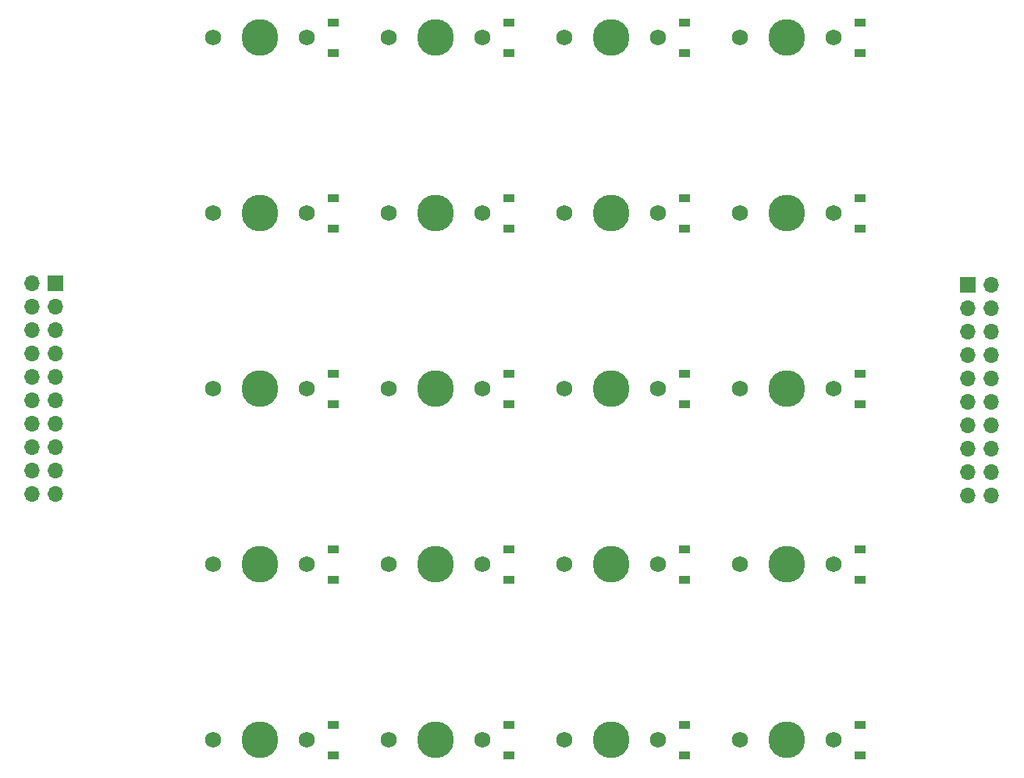
<source format=gts>
G04 #@! TF.GenerationSoftware,KiCad,Pcbnew,(6.0.9)*
G04 #@! TF.CreationDate,2023-03-10T16:48:27-06:00*
G04 #@! TF.ProjectId,Number Pad,4e756d62-6572-4205-9061-642e6b696361,rev?*
G04 #@! TF.SameCoordinates,Original*
G04 #@! TF.FileFunction,Soldermask,Top*
G04 #@! TF.FilePolarity,Negative*
%FSLAX46Y46*%
G04 Gerber Fmt 4.6, Leading zero omitted, Abs format (unit mm)*
G04 Created by KiCad (PCBNEW (6.0.9)) date 2023-03-10 16:48:27*
%MOMM*%
%LPD*%
G01*
G04 APERTURE LIST*
%ADD10C,3.987800*%
%ADD11C,1.750000*%
%ADD12R,1.200000X0.900000*%
%ADD13R,1.700000X1.700000*%
%ADD14O,1.700000X1.700000*%
G04 APERTURE END LIST*
D10*
X50006250Y-62706250D03*
D11*
X55086250Y-62706250D03*
X44926250Y-62706250D03*
D10*
X50006250Y-43656250D03*
D11*
X55086250Y-43656250D03*
X44926250Y-43656250D03*
D12*
X76993750Y-26256250D03*
X76993750Y-22956250D03*
D10*
X88106250Y-100806250D03*
D11*
X93186250Y-100806250D03*
X83026250Y-100806250D03*
D10*
X88106250Y-62706250D03*
D11*
X93186250Y-62706250D03*
X83026250Y-62706250D03*
D12*
X115093750Y-102456250D03*
X115093750Y-99156250D03*
D11*
X102076250Y-62706250D03*
D10*
X107156250Y-62706250D03*
D11*
X112236250Y-62706250D03*
X44926250Y-81756250D03*
D10*
X50006250Y-81756250D03*
D11*
X55086250Y-81756250D03*
D10*
X88106250Y-81756250D03*
D11*
X83026250Y-81756250D03*
X93186250Y-81756250D03*
D12*
X76993750Y-64356250D03*
X76993750Y-61056250D03*
X57943750Y-64356250D03*
X57943750Y-61056250D03*
D13*
X126841250Y-51435000D03*
D14*
X129381250Y-51435000D03*
X126841250Y-53975000D03*
X129381250Y-53975000D03*
X126841250Y-56515000D03*
X129381250Y-56515000D03*
X126841250Y-59055000D03*
X129381250Y-59055000D03*
X126841250Y-61595000D03*
X129381250Y-61595000D03*
X126841250Y-64135000D03*
X129381250Y-64135000D03*
X126841250Y-66675000D03*
X129381250Y-66675000D03*
X126841250Y-69215000D03*
X129381250Y-69215000D03*
X126841250Y-71755000D03*
X129381250Y-71755000D03*
X126841250Y-74295000D03*
X129381250Y-74295000D03*
D12*
X57943750Y-83406250D03*
X57943750Y-80106250D03*
D11*
X44926250Y-100806250D03*
D10*
X50006250Y-100806250D03*
D11*
X55086250Y-100806250D03*
D12*
X96043750Y-102456250D03*
X96043750Y-99156250D03*
X115093750Y-26256250D03*
X115093750Y-22956250D03*
X115093750Y-83406250D03*
X115093750Y-80106250D03*
D11*
X63976250Y-81756250D03*
D10*
X69056250Y-81756250D03*
D11*
X74136250Y-81756250D03*
D12*
X115093750Y-45306250D03*
X115093750Y-42006250D03*
D10*
X69056250Y-24606250D03*
D11*
X63976250Y-24606250D03*
X74136250Y-24606250D03*
D10*
X69056250Y-43656250D03*
D11*
X74136250Y-43656250D03*
X63976250Y-43656250D03*
D12*
X76993750Y-102456250D03*
X76993750Y-99156250D03*
D10*
X88106250Y-43656250D03*
D11*
X93186250Y-43656250D03*
X83026250Y-43656250D03*
D10*
X50006250Y-24606250D03*
D11*
X44926250Y-24606250D03*
X55086250Y-24606250D03*
D12*
X115093750Y-64356250D03*
X115093750Y-61056250D03*
X96043750Y-83406250D03*
X96043750Y-80106250D03*
D11*
X102076250Y-43656250D03*
D10*
X107156250Y-43656250D03*
D11*
X112236250Y-43656250D03*
D12*
X96043750Y-64356250D03*
X96043750Y-61056250D03*
D11*
X102076250Y-81756250D03*
D10*
X107156250Y-81756250D03*
D11*
X112236250Y-81756250D03*
D12*
X76993750Y-83406250D03*
X76993750Y-80106250D03*
D11*
X112236250Y-100806250D03*
D10*
X107156250Y-100806250D03*
D11*
X102076250Y-100806250D03*
X63976250Y-100806250D03*
D10*
X69056250Y-100806250D03*
D11*
X74136250Y-100806250D03*
D13*
X27850000Y-51256250D03*
D14*
X25310000Y-51256250D03*
X27850000Y-53796250D03*
X25310000Y-53796250D03*
X27850000Y-56336250D03*
X25310000Y-56336250D03*
X27850000Y-58876250D03*
X25310000Y-58876250D03*
X27850000Y-61416250D03*
X25310000Y-61416250D03*
X27850000Y-63956250D03*
X25310000Y-63956250D03*
X27850000Y-66496250D03*
X25310000Y-66496250D03*
X27850000Y-69036250D03*
X25310000Y-69036250D03*
X27850000Y-71576250D03*
X25310000Y-71576250D03*
X27850000Y-74116250D03*
X25310000Y-74116250D03*
D12*
X57943750Y-102456250D03*
X57943750Y-99156250D03*
X96043750Y-45306250D03*
X96043750Y-42006250D03*
X57943750Y-26256250D03*
X57943750Y-22956250D03*
X57943750Y-45306250D03*
X57943750Y-42006250D03*
D11*
X74136250Y-62706250D03*
D10*
X69056250Y-62706250D03*
D11*
X63976250Y-62706250D03*
D12*
X96043750Y-26256250D03*
X96043750Y-22956250D03*
D11*
X102076250Y-24606250D03*
X112236250Y-24606250D03*
D10*
X107156250Y-24606250D03*
D11*
X93186250Y-24606250D03*
X83026250Y-24606250D03*
D10*
X88106250Y-24606250D03*
D12*
X76993750Y-45306250D03*
X76993750Y-42006250D03*
M02*

</source>
